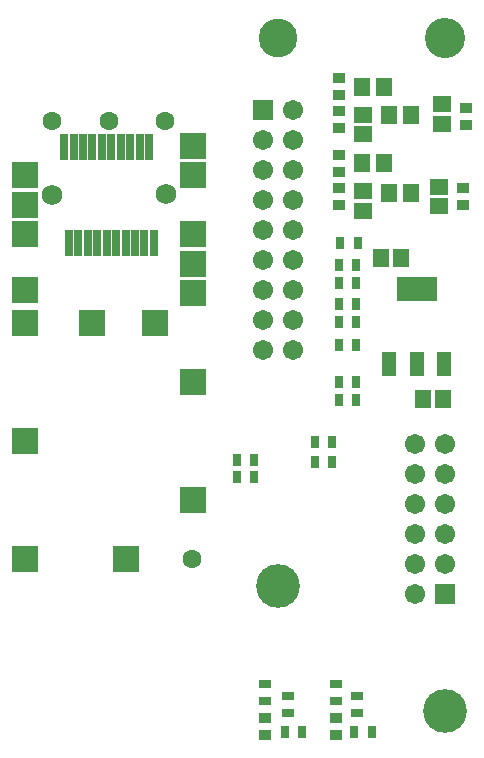
<source format=gts>
G04 Layer_Color=8388736*
%FSAX25Y25*%
%MOIN*%
G70*
G01*
G75*
%ADD36R,0.04737X0.08083*%
%ADD37R,0.13398X0.08083*%
%ADD38R,0.02769X0.08674*%
%ADD39R,0.05721X0.06312*%
%ADD40R,0.04343X0.03359*%
%ADD41R,0.06312X0.05721*%
%ADD42R,0.05524X0.06312*%
%ADD43R,0.04147X0.03162*%
%ADD44R,0.03162X0.04147*%
%ADD45C,0.06312*%
%ADD46R,0.08674X0.08674*%
%ADD47C,0.06902*%
%ADD48R,0.06706X0.06706*%
%ADD49C,0.06706*%
%ADD50C,0.12897*%
%ADD51C,0.14579*%
%ADD52C,0.13398*%
D36*
X2311748Y1283748D02*
D03*
X2320803D02*
D03*
X2329858D02*
D03*
D37*
X2320803Y1308748D02*
D03*
D38*
X2231669Y1356347D02*
D03*
X2228520Y1356347D02*
D03*
X2225370D02*
D03*
X2222220Y1356347D02*
D03*
X2219071D02*
D03*
X2215921D02*
D03*
X2212772D02*
D03*
X2209622D02*
D03*
X2206473D02*
D03*
X2203323D02*
D03*
X2204898Y1324064D02*
D03*
X2208047D02*
D03*
X2211197D02*
D03*
X2214347D02*
D03*
X2217496D02*
D03*
X2220646D02*
D03*
X2223795D02*
D03*
X2226945Y1324064D02*
D03*
X2230095D02*
D03*
X2233244Y1324064D02*
D03*
D39*
X2323055Y1272248D02*
D03*
X2329551D02*
D03*
X2309055Y1319248D02*
D03*
X2315551D02*
D03*
D40*
X2294803Y1353602D02*
D03*
Y1347894D02*
D03*
Y1379102D02*
D03*
Y1373394D02*
D03*
Y1336748D02*
D03*
Y1342457D02*
D03*
X2336303Y1336894D02*
D03*
Y1342602D02*
D03*
X2294803Y1362539D02*
D03*
Y1368248D02*
D03*
X2337303Y1363394D02*
D03*
Y1369102D02*
D03*
X2270303Y1165957D02*
D03*
Y1160248D02*
D03*
X2293803Y1165957D02*
D03*
Y1160248D02*
D03*
D41*
X2302803Y1335000D02*
D03*
Y1341496D02*
D03*
X2328303Y1336500D02*
D03*
Y1342996D02*
D03*
X2302803Y1360500D02*
D03*
Y1366996D02*
D03*
X2329303Y1364000D02*
D03*
Y1370496D02*
D03*
D42*
X2309846Y1350748D02*
D03*
X2302760D02*
D03*
X2309846Y1376248D02*
D03*
X2302760D02*
D03*
X2318846Y1340748D02*
D03*
X2311760D02*
D03*
X2318846Y1366748D02*
D03*
X2311760D02*
D03*
D43*
X2270303Y1177102D02*
D03*
Y1171394D02*
D03*
X2293803Y1177102D02*
D03*
Y1171394D02*
D03*
X2277803Y1167394D02*
D03*
Y1173102D02*
D03*
X2300803Y1167394D02*
D03*
Y1173102D02*
D03*
D44*
X2260949Y1251748D02*
D03*
X2266657D02*
D03*
X2294949Y1277748D02*
D03*
X2300657D02*
D03*
X2282657Y1161248D02*
D03*
X2276949D02*
D03*
X2266657Y1246248D02*
D03*
X2260949D02*
D03*
X2305803Y1161248D02*
D03*
X2300094D02*
D03*
X2300657Y1271748D02*
D03*
X2294949D02*
D03*
X2295449Y1324248D02*
D03*
X2301157D02*
D03*
X2294949Y1297748D02*
D03*
X2300657D02*
D03*
X2294949Y1303748D02*
D03*
X2300657D02*
D03*
X2294949Y1290248D02*
D03*
X2300657D02*
D03*
X2294949Y1316748D02*
D03*
X2300657D02*
D03*
X2294949Y1310748D02*
D03*
X2300657D02*
D03*
X2286949Y1257748D02*
D03*
X2292657D02*
D03*
X2286949Y1251248D02*
D03*
X2292657D02*
D03*
D45*
X2218131Y1364957D02*
D03*
X2237034D02*
D03*
X2245941Y1218749D02*
D03*
X2199234Y1364957D02*
D03*
D46*
X2190134Y1346757D02*
D03*
X2246234Y1356657D02*
D03*
Y1346757D02*
D03*
Y1327157D02*
D03*
Y1317257D02*
D03*
X2223934Y1218757D02*
D03*
X2246234Y1238457D02*
D03*
Y1277857D02*
D03*
X2233734Y1297557D02*
D03*
X2212534D02*
D03*
X2190134Y1218757D02*
D03*
Y1308657D02*
D03*
Y1327157D02*
D03*
Y1258157D02*
D03*
Y1297557D02*
D03*
Y1336957D02*
D03*
X2246234Y1307415D02*
D03*
D47*
X2237280Y1340402D02*
D03*
X2199386Y1340205D02*
D03*
D48*
X2269520Y1368626D02*
D03*
X2330134Y1207157D02*
D03*
D49*
X2269520Y1358626D02*
D03*
Y1348626D02*
D03*
Y1338626D02*
D03*
Y1328626D02*
D03*
Y1318626D02*
D03*
Y1308626D02*
D03*
Y1298626D02*
D03*
Y1288626D02*
D03*
X2279520Y1368626D02*
D03*
Y1358626D02*
D03*
Y1348626D02*
D03*
Y1338626D02*
D03*
Y1328626D02*
D03*
Y1318626D02*
D03*
Y1308626D02*
D03*
Y1298626D02*
D03*
Y1288626D02*
D03*
X2320134Y1257157D02*
D03*
Y1247157D02*
D03*
Y1237157D02*
D03*
Y1227157D02*
D03*
Y1217157D02*
D03*
Y1207157D02*
D03*
X2330134Y1257157D02*
D03*
Y1247157D02*
D03*
Y1237157D02*
D03*
Y1227157D02*
D03*
Y1217157D02*
D03*
D50*
X2274634Y1392657D02*
D03*
D51*
Y1209941D02*
D03*
X2330303Y1168248D02*
D03*
D52*
Y1392657D02*
D03*
M02*

</source>
